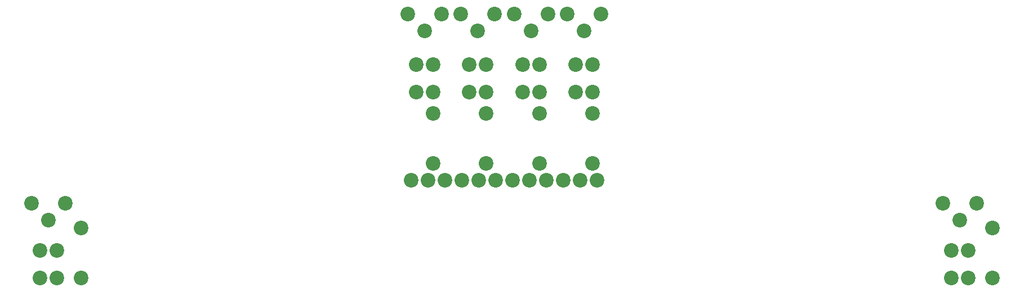
<source format=gts>
G71*G90*G75*D02*
%ASAXBY*OFA0B0*MOMM*FSLAX44Y44*IPPOS*%
%ADD20C,2.200*%
G54D20*
G01X1880700Y1421500D03*
X1906100D03*
X1931500D03*
X1956900D03*
X1982300D03*
X2007700D03*
X2033100D03*
X2058500D03*
X2083900D03*
X2109300D03*
X1322700Y1315500D03*
X1297300D03*
X1322700Y1274500D03*
X1297300D03*
X2692700Y1315500D03*
X2667300D03*
X2692700Y1274500D03*
X2667300D03*
X2134700Y1421500D03*
X1855300D03*
X2047700Y1595500D03*
X2022300D03*
X2047700Y1554500D03*
X2022300D03*
X2047700Y1522000D03*
Y1447000D03*
X2127700Y1595500D03*
X2102300D03*
X2127700Y1554500D03*
X2102300D03*
X2127700Y1522000D03*
Y1447000D03*
X1967700Y1595500D03*
X1942300D03*
X1967700Y1554500D03*
X1942300D03*
X1967700Y1522000D03*
Y1447000D03*
X1887700Y1595500D03*
X1862300D03*
X1887700Y1554500D03*
X1862300D03*
X1887700Y1522000D03*
Y1447000D03*
X1875000Y1646400D03*
X1849600Y1671800D03*
X1900400D03*
X1955000Y1646400D03*
X1929600Y1671800D03*
X1980400D03*
X2035000Y1646400D03*
X2009600Y1671800D03*
X2060400D03*
X2115000Y1646400D03*
X2089600Y1671800D03*
X2140400D03*
X2729000Y1274500D03*
Y1349500D03*
X2680000Y1361400D03*
X2654600Y1386800D03*
X2705400D03*
X1359000Y1274500D03*
Y1349500D03*
X1310000Y1361400D03*
X1284600Y1386800D03*
X1335400D03*
G01X0Y0D02*
M02*

</source>
